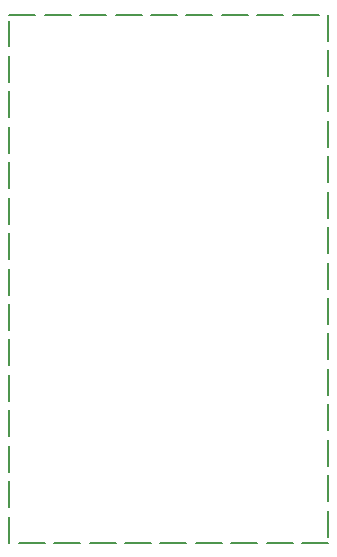
<source format=gbr>
%TF.GenerationSoftware,KiCad,Pcbnew,8.0.5*%
%TF.CreationDate,2024-10-18T17:30:21-04:00*%
%TF.ProjectId,STM32F4Example,53544d33-3246-4344-9578-616d706c652e,rev?*%
%TF.SameCoordinates,Original*%
%TF.FileFunction,Profile,NP*%
%FSLAX46Y46*%
G04 Gerber Fmt 4.6, Leading zero omitted, Abs format (unit mm)*
G04 Created by KiCad (PCBNEW 8.0.5) date 2024-10-18 17:30:21*
%MOMM*%
%LPD*%
G01*
G04 APERTURE LIST*
%TA.AperFunction,Profile*%
%ADD10C,0.200000*%
%TD*%
G04 APERTURE END LIST*
D10*
X93000000Y-71800000D02*
X95200000Y-71800000D01*
X96000000Y-71800000D02*
X98200000Y-71800000D01*
X99000000Y-71800000D02*
X101200000Y-71800000D01*
X102000000Y-71800000D02*
X104200000Y-71800000D01*
X105000000Y-71800000D02*
X107200000Y-71800000D01*
X108000000Y-71800000D02*
X110200000Y-71800000D01*
X111000000Y-71800000D02*
X113200000Y-71800000D01*
X114000000Y-71800000D02*
X116200000Y-71800000D01*
X117000000Y-71800000D02*
X119200000Y-71800000D01*
X120000000Y-71800000D02*
X120000000Y-71800000D01*
X120000000Y-71800000D02*
X120000000Y-74000000D01*
X120000000Y-74800000D02*
X120000000Y-77000000D01*
X120000000Y-77800000D02*
X120000000Y-80000000D01*
X120000000Y-80800000D02*
X120000000Y-83000000D01*
X120000000Y-83800000D02*
X120000000Y-86000000D01*
X120000000Y-86800000D02*
X120000000Y-89000000D01*
X120000000Y-89800000D02*
X120000000Y-92000000D01*
X120000000Y-92800000D02*
X120000000Y-95000000D01*
X120000000Y-95800000D02*
X120000000Y-98000000D01*
X120000000Y-98800000D02*
X120000000Y-101000000D01*
X120000000Y-101800000D02*
X120000000Y-104000000D01*
X120000000Y-104800000D02*
X120000000Y-107000000D01*
X120000000Y-107800000D02*
X120000000Y-110000000D01*
X120000000Y-110800000D02*
X120000000Y-113000000D01*
X120000000Y-113800000D02*
X120000000Y-116000000D01*
X120000000Y-116500000D02*
X117800000Y-116500000D01*
X117000000Y-116500000D02*
X114800000Y-116500000D01*
X114000000Y-116500000D02*
X111800000Y-116500000D01*
X111000000Y-116500000D02*
X108800000Y-116500000D01*
X108000000Y-116500000D02*
X105800000Y-116500000D01*
X105000000Y-116500000D02*
X102800000Y-116500000D01*
X102000000Y-116500000D02*
X99800000Y-116500000D01*
X99000000Y-116500000D02*
X96800000Y-116500000D01*
X96000000Y-116500000D02*
X93800000Y-116500000D01*
X93000000Y-116500000D02*
X93000000Y-116500000D01*
X93000000Y-116500000D02*
X93000000Y-114300000D01*
X93000000Y-113500000D02*
X93000000Y-111300000D01*
X93000000Y-110500000D02*
X93000000Y-108300000D01*
X93000000Y-107500000D02*
X93000000Y-105300000D01*
X93000000Y-104500000D02*
X93000000Y-102300000D01*
X93000000Y-101500000D02*
X93000000Y-99300000D01*
X93000000Y-98500000D02*
X93000000Y-96300000D01*
X93000000Y-95500000D02*
X93000000Y-93300000D01*
X93000000Y-92500000D02*
X93000000Y-90300000D01*
X93000000Y-89500000D02*
X93000000Y-87300000D01*
X93000000Y-86500000D02*
X93000000Y-84300000D01*
X93000000Y-83500000D02*
X93000000Y-81300000D01*
X93000000Y-80500000D02*
X93000000Y-78300000D01*
X93000000Y-77500000D02*
X93000000Y-75300000D01*
X93000000Y-74500000D02*
X93000000Y-72300000D01*
M02*

</source>
